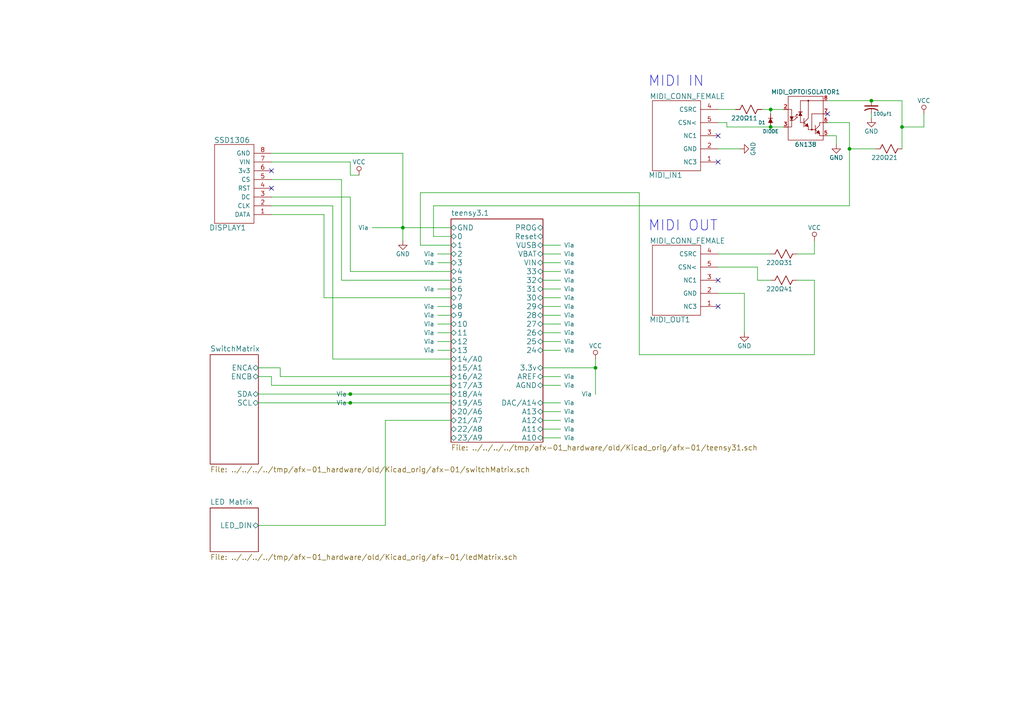
<source format=kicad_sch>
(kicad_sch (version 20230121) (generator eeschema)
  (paper "A4")
  (lib_symbols
    (symbol "afx-01-rescue:6N138" (pin_names (offset 0) hide)
      (property "Reference" "U" (at 0 7.62 0))
      (property "Value" "6N138" (at 0 -7.62 0))
      (symbol "6N138_0_1"
        (polyline (pts (xy -1.524 -1.27) (xy -0.508 -1.27)))
        (polyline (pts (xy -1.524 1.143) (xy -1.524 5.08)))
        (polyline (pts (xy 0.762 -3.302) (xy 0.762 -2.54)))
        (polyline (pts (xy 0.762 0) (xy 0.762 5.08)))
        (polyline (pts (xy 1.778 -3.175) (xy 1.778 1.27)))
        (polyline (pts (xy 2.794 -3.302) (xy 0.762 -3.302)))
        (polyline (pts (xy 4.064 -5.08) (xy 4.064 -4.572)))
        (polyline (pts (xy 4.064 -2.032) (xy 4.064 -1.27)))
        (polyline (pts (xy 5.334 -5.08) (xy 4.064 -5.08)))
        (polyline (pts (xy 5.334 -1.27) (xy 4.064 -1.27)))
        (polyline (pts (xy 5.334 1.27) (xy 1.778 1.27)))
        (polyline (pts (xy 5.334 5.08) (xy -1.524 5.08)))
        (polyline (pts (xy -2.413 1.143) (xy -3.175 0.381) (xy -3.175 0.381)))
        (polyline (pts (xy -1.524 0.762) (xy -1.524 -1.27) (xy -1.524 -1.27)) (fill (type outline)))
        (polyline (pts (xy -0.508 -1.27) (xy 0.762 -2.54) (xy 0.762 -2.54)) (fill (type outline)))
        (polyline (pts (xy -0.508 -1.27) (xy 0.762 0) (xy 0.762 0)) (fill (type outline)))
        (polyline (pts (xy -0.508 0) (xy -0.508 -2.54) (xy -0.508 -2.54)) (fill (type outline)))
        (polyline (pts (xy 2.794 -3.302) (xy 4.064 -4.572) (xy 4.064 -4.572)) (fill (type outline)))
        (polyline (pts (xy 2.794 -3.302) (xy 4.064 -2.032) (xy 4.064 -2.032)) (fill (type outline)))
        (polyline (pts (xy 2.794 -2.032) (xy 2.794 -4.572) (xy 2.794 -4.572)) (fill (type outline)))
        (polyline (pts (xy -5.334 2.54) (xy -4.064 2.54) (xy -4.064 0.508) (xy -4.064 0.508)))
        (polyline (pts (xy -4.064 -0.635) (xy -4.064 -2.54) (xy -5.334 -2.54) (xy -5.334 -2.54)))
        (polyline (pts (xy -3.556 0.508) (xy -4.064 -0.508) (xy -4.572 0.508) (xy -4.572 0.508)) (fill (type outline)))
        (polyline (pts (xy -2.667 0.381) (xy -2.413 0.381) (xy -2.413 0.127) (xy -2.413 0.127)) (fill (type outline)))
        (polyline (pts (xy -2.54 0.254) (xy -3.302 -0.508) (xy -3.302 -0.508) (xy -3.302 -0.508)))
        (polyline (pts (xy -1.524 1.778) (xy -2.032 0.762) (xy -1.016 0.762) (xy -1.016 0.762)) (fill (type outline)))
        (polyline (pts (xy 0.762 -2.54) (xy 0.508 -1.524) (xy -0.254 -2.286) (xy -0.254 -2.286)) (fill (type outline)))
        (polyline (pts (xy 4.064 -4.572) (xy 3.81 -3.556) (xy 3.048 -4.318) (xy 3.048 -4.318)) (fill (type outline)))
        (polyline (pts (xy -4.572 -0.508) (xy -4.572 -0.635) (xy -3.556 -0.635) (xy -3.556 -0.508) (xy -3.556 -0.508)) (fill (type outline)))
        (polyline (pts (xy -2.413 0.889) (xy -2.413 1.143) (xy -2.667 1.143) (xy -2.413 0.889) (xy -2.413 0.889)) (fill (type outline)))
        (polyline (pts (xy -1.016 1.905) (xy -1.016 1.778) (xy -2.032 1.778) (xy -2.032 1.905) (xy -2.032 1.905)) (fill (type outline)))
        (circle (center 0.762 5.08) (radius 0.1778) (fill (type outline)))
        (circle (center 1.778 -3.302) (radius 0.1778) (fill (type outline)))
        (rectangle (start 5.08 6.35) (end -5.08 -6.35))
      )
      (symbol "6N138_1_1"
        (pin passive line (at -6.35 2.54 0) (length 1.016) (name "A") (number "2"))
        (pin passive line (at -6.35 -2.54 0) (length 1.016) (name "K") (number "3"))
        (pin passive line (at 6.35 -5.08 180) (length 1.016) (name "GND") (number "5"))
        (pin passive line (at 6.35 -1.27 180) (length 1.016) (name "Vo") (number "6"))
        (pin passive line (at 6.35 1.27 180) (length 1.016) (name "Vb") (number "7"))
        (pin passive line (at 6.35 5.08 180) (length 1.016) (name "Vcc") (number "8"))
      )
    )
    (symbol "afx-01-rescue:Cap" (pin_numbers hide) (pin_names (offset 0.254) hide)
      (property "Reference" "C" (at 0.508 -1.27 0))
      (symbol "Cap_0_1"
        (rectangle (start -1.905 1.016) (end 1.905 1.016) (stroke (width 0.3048)))
        (arc (start 1.905 -0.254) (mid 0 0.2737) (end -1.905 -0.254) (stroke (width 0.3048)))
      )
      (symbol "Cap_1_1"
        (pin passive line (at 0 2.54 270) (length 1.397) (name "~") (number "1"))
        (pin passive line (at 0 -1.27 90) (length 1.4986) (name "~") (number "2"))
      )
    )
    (symbol "afx-01-rescue:DIODE" (pin_numbers hide) (pin_names (offset 1.016) hide)
      (property "Reference" "D" (at 0 2.54 0))
      (property "Value" "DIODE" (at 0 -2.54 0))
      (symbol "DIODE_0_1"
        (polyline (pts (xy 1.27 -0.635) (xy 1.27 0.635) (xy 1.27 0.635)))
        (polyline (pts (xy 1.27 0) (xy 0 0.635) (xy 0 -0.635) (xy 0 -0.635)) (fill (type outline)))
      )
      (symbol "DIODE_1_1"
        (pin passive line (at -1.27 0 0) (length 1.27) (name "A") (number "1"))
        (pin passive line (at 2.54 0 180) (length 1.27) (name "K") (number "2"))
      )
    )
    (symbol "afx-01-rescue:GND" (power) (pin_names (offset 0))
      (property "Value" "GND" (at 0 -3.81 0))
      (symbol "GND_0_1"
        (polyline (pts (xy 0 0) (xy 0 -1.27) (xy 1.27 -1.27) (xy 0 -2.54) (xy -1.27 -1.27) (xy 0 -1.27)))
      )
      (symbol "GND_1_1"
        (pin power_in line (at 0 0 270) (length 0) hide (name "GND") (number "1"))
      )
    )
    (symbol "afx-01-rescue:Inline_Via" (pin_names (offset 1.016))
      (symbol "Inline_Via_1_1"
        (pin input line (at 0 0 180) (length 0) (name "Via") (number "~"))
      )
    )
    (symbol "afx-01-rescue:MIDI_CONN_FEMALE" (pin_names (offset 1.016))
      (property "Reference" "U" (at -6.35 -11.43 0))
      (property "Value" "MIDI_CONN_FEMALE" (at 2.54 11.43 0))
      (symbol "MIDI_CONN_FEMALE_0_1"
        (rectangle (start -7.62 10.16) (end 6.35 -10.16))
      )
      (symbol "MIDI_CONN_FEMALE_1_1"
        (pin input line (at 11.43 -7.62 180) (length 5.08) (name "NC3") (number "1"))
        (pin input line (at 11.43 -3.81 180) (length 5.08) (name "GND") (number "2"))
        (pin input line (at 11.43 0 180) (length 5.08) (name "NC1") (number "3"))
        (pin input line (at 11.43 7.62 180) (length 5.08) (name "CSRC") (number "4"))
        (pin input line (at 11.43 3.81 180) (length 5.08) (name "CSN<") (number "5"))
      )
    )
    (symbol "afx-01-rescue:Resistor" (pin_numbers hide) (pin_names (offset 0))
      (property "Reference" "R" (at 2.54 -1.27 90))
      (symbol "Resistor_0_1"
        (polyline (pts (xy 0 2.54) (xy 1.27 1.905) (xy -1.27 0.635) (xy 1.27 -0.635) (xy -1.27 -1.905) (xy 0 -2.54)) (stroke (width 0.2032)))
      )
      (symbol "Resistor_1_1"
        (pin passive line (at 0 3.81 270) (length 1.27) (name "~") (number "1"))
        (pin passive line (at 0 -3.81 90) (length 1.27) (name "~") (number "2"))
      )
    )
    (symbol "afx-01-rescue:SSD1306" (pin_names (offset 1.016))
      (property "Reference" "U" (at -2.54 -10.16 0))
      (property "Value" "SSD1306" (at 0 12.7 0))
      (symbol "SSD1306_0_1"
        (rectangle (start 6.35 11.43) (end -5.08 -11.43))
      )
      (symbol "SSD1306_1_1"
        (pin input line (at 11.43 -8.89 180) (length 5.08) (name "DATA") (number "1"))
        (pin input line (at 11.43 -6.35 180) (length 5.08) (name "CLK") (number "2"))
        (pin input line (at 11.43 -3.81 180) (length 5.08) (name "DC") (number "3"))
        (pin input line (at 11.43 -1.27 180) (length 5.08) (name "RST") (number "4"))
        (pin input line (at 11.43 1.27 180) (length 5.08) (name "CS") (number "5"))
        (pin input line (at 11.43 3.81 180) (length 5.08) (name "3v3") (number "6"))
        (pin input line (at 11.43 6.35 180) (length 5.08) (name "VIN") (number "7"))
        (pin input line (at 11.43 8.89 180) (length 5.08) (name "GND") (number "8"))
      )
    )
    (symbol "afx-01-rescue:VCC" (power) (pin_names (offset 0))
      (property "Value" "VCC" (at 0 3.81 0))
      (symbol "VCC_0_1"
        (polyline (pts (xy 0 0) (xy 0 1.27)))
        (circle (center 0 1.905) (radius 0.635))
      )
      (symbol "VCC_1_1"
        (pin power_in line (at 0 0 90) (length 0) hide (name "VCC") (number "1"))
      )
    )
  )
  (junction (at 223.52 36.83))
  (junction (at 223.52 31.75))
  (junction (at 246.38 43.18))
  (junction (at 116.84 66.04))
  (junction (at 252.73 29.21))
  (junction (at 101.6 114.3))
  (junction (at 101.6 116.84))
  (junction (at 261.62 36.83))
  (junction (at 172.72 106.68))
  (no_connect (at 208.28 88.9))
  (no_connect (at 240.03 33.02))
  (no_connect (at 208.28 81.28))
  (no_connect (at 78.74 54.61))
  (no_connect (at 78.74 49.53))
  (no_connect (at 208.28 46.99))
  (no_connect (at 208.28 39.37))
  (wire (pts (xy 208.28 73.66) (xy 223.52 73.66)))
  (wire (pts (xy 157.48 88.9) (xy 162.56 88.9)))
  (wire (pts (xy 130.81 101.6) (xy 127 101.6)))
  (wire (pts (xy 127 73.66) (xy 130.81 73.66)))
  (wire (pts (xy 246.38 43.18) (xy 246.38 59.69)))
  (wire (pts (xy 99.06 81.28) (xy 130.81 81.28)))
  (wire (pts (xy 125.73 59.69) (xy 125.73 68.58)))
  (wire (pts (xy 74.93 109.22) (xy 78.74 109.22)))
  (wire (pts (xy 116.84 66.04) (xy 116.84 69.85)))
  (wire (pts (xy 242.57 39.37) (xy 242.57 41.91)))
  (wire (pts (xy 240.03 39.37) (xy 242.57 39.37)))
  (wire (pts (xy 130.81 88.9) (xy 127 88.9)))
  (wire (pts (xy 81.28 106.68) (xy 81.28 109.22)))
  (wire (pts (xy 78.74 44.45) (xy 116.84 44.45)))
  (wire (pts (xy 78.74 62.23) (xy 93.98 62.23)))
  (wire (pts (xy 208.28 85.09) (xy 215.9 85.09)))
  (wire (pts (xy 219.71 81.28) (xy 223.52 81.28)))
  (wire (pts (xy 78.74 109.22) (xy 78.74 111.76)))
  (wire (pts (xy 157.48 91.44) (xy 162.56 91.44)))
  (wire (pts (xy 93.98 62.23) (xy 93.98 86.36)))
  (wire (pts (xy 157.48 78.74) (xy 162.56 78.74)))
  (wire (pts (xy 74.93 152.4) (xy 111.76 152.4)))
  (wire (pts (xy 220.98 31.75) (xy 223.52 31.75)))
  (wire (pts (xy 157.48 121.92) (xy 162.56 121.92)))
  (wire (pts (xy 157.48 99.06) (xy 162.56 99.06)))
  (wire (pts (xy 116.84 66.04) (xy 107.95 66.04)))
  (wire (pts (xy 157.48 73.66) (xy 162.56 73.66)))
  (wire (pts (xy 121.92 55.88) (xy 121.92 71.12)))
  (wire (pts (xy 157.48 93.98) (xy 162.56 93.98)))
  (wire (pts (xy 130.81 83.82) (xy 127 83.82)))
  (wire (pts (xy 93.98 86.36) (xy 130.81 86.36)))
  (wire (pts (xy 130.81 93.98) (xy 127 93.98)))
  (wire (pts (xy 157.48 81.28) (xy 162.56 81.28)))
  (wire (pts (xy 78.74 46.99) (xy 101.6 46.99)))
  (wire (pts (xy 157.48 83.82) (xy 162.56 83.82)))
  (wire (pts (xy 252.73 33.02) (xy 252.73 34.29)))
  (wire (pts (xy 219.71 77.47) (xy 219.71 81.28)))
  (wire (pts (xy 223.52 31.75) (xy 227.33 31.75)))
  (wire (pts (xy 74.93 116.84) (xy 101.6 116.84)))
  (wire (pts (xy 246.38 59.69) (xy 125.73 59.69)))
  (wire (pts (xy 236.22 102.87) (xy 185.42 102.87)))
  (wire (pts (xy 210.82 36.83) (xy 210.82 35.56)))
  (wire (pts (xy 208.28 31.75) (xy 213.36 31.75)))
  (wire (pts (xy 157.48 109.22) (xy 162.56 109.22)))
  (wire (pts (xy 157.48 106.68) (xy 172.72 106.68)))
  (wire (pts (xy 157.48 71.12) (xy 162.56 71.12)))
  (wire (pts (xy 111.76 152.4) (xy 111.76 121.92)))
  (wire (pts (xy 267.97 36.83) (xy 267.97 33.02)))
  (wire (pts (xy 157.48 86.36) (xy 162.56 86.36)))
  (wire (pts (xy 130.81 99.06) (xy 127 99.06)))
  (wire (pts (xy 157.48 96.52) (xy 162.56 96.52)))
  (wire (pts (xy 246.38 43.18) (xy 254 43.18)))
  (wire (pts (xy 78.74 111.76) (xy 130.81 111.76)))
  (wire (pts (xy 125.73 68.58) (xy 130.81 68.58)))
  (wire (pts (xy 78.74 52.07) (xy 99.06 52.07)))
  (wire (pts (xy 96.52 59.69) (xy 96.52 104.14)))
  (wire (pts (xy 236.22 73.66) (xy 236.22 69.85)))
  (wire (pts (xy 240.03 29.21) (xy 252.73 29.21)))
  (wire (pts (xy 261.62 36.83) (xy 267.97 36.83)))
  (wire (pts (xy 101.6 57.15) (xy 101.6 78.74)))
  (wire (pts (xy 130.81 66.04) (xy 116.84 66.04)))
  (wire (pts (xy 261.62 36.83) (xy 261.62 43.18)))
  (wire (pts (xy 101.6 114.3) (xy 74.93 114.3)))
  (wire (pts (xy 157.48 124.46) (xy 162.56 124.46)))
  (wire (pts (xy 210.82 36.83) (xy 223.52 36.83)))
  (wire (pts (xy 101.6 46.99) (xy 101.6 50.8)))
  (wire (pts (xy 172.72 106.68) (xy 172.72 114.3)))
  (wire (pts (xy 78.74 57.15) (xy 101.6 57.15)))
  (wire (pts (xy 81.28 109.22) (xy 130.81 109.22)))
  (wire (pts (xy 240.03 35.56) (xy 246.38 35.56)))
  (wire (pts (xy 261.62 29.21) (xy 261.62 36.83)))
  (wire (pts (xy 116.84 44.45) (xy 116.84 66.04)))
  (wire (pts (xy 130.81 91.44) (xy 127 91.44)))
  (wire (pts (xy 157.48 116.84) (xy 162.56 116.84)))
  (wire (pts (xy 99.06 52.07) (xy 99.06 81.28)))
  (wire (pts (xy 172.72 104.14) (xy 172.72 106.68)))
  (wire (pts (xy 130.81 96.52) (xy 127 96.52)))
  (wire (pts (xy 157.48 119.38) (xy 162.56 119.38)))
  (wire (pts (xy 157.48 127) (xy 162.56 127)))
  (wire (pts (xy 223.52 36.83) (xy 227.33 36.83)))
  (wire (pts (xy 223.52 33.02) (xy 223.52 31.75)))
  (wire (pts (xy 101.6 78.74) (xy 130.81 78.74)))
  (wire (pts (xy 208.28 43.18) (xy 214.63 43.18)))
  (wire (pts (xy 215.9 85.09) (xy 215.9 96.52)))
  (wire (pts (xy 231.14 81.28) (xy 236.22 81.28)))
  (wire (pts (xy 157.48 101.6) (xy 162.56 101.6)))
  (wire (pts (xy 96.52 104.14) (xy 130.81 104.14)))
  (wire (pts (xy 101.6 50.8) (xy 104.14 50.8)))
  (wire (pts (xy 210.82 35.56) (xy 208.28 35.56)))
  (wire (pts (xy 185.42 102.87) (xy 185.42 55.88)))
  (wire (pts (xy 157.48 76.2) (xy 162.56 76.2)))
  (wire (pts (xy 127 76.2) (xy 130.81 76.2)))
  (wire (pts (xy 111.76 121.92) (xy 130.81 121.92)))
  (wire (pts (xy 246.38 35.56) (xy 246.38 43.18)))
  (wire (pts (xy 185.42 55.88) (xy 121.92 55.88)))
  (wire (pts (xy 121.92 71.12) (xy 130.81 71.12)))
  (wire (pts (xy 236.22 81.28) (xy 236.22 102.87)))
  (wire (pts (xy 231.14 73.66) (xy 236.22 73.66)))
  (wire (pts (xy 252.73 29.21) (xy 261.62 29.21)))
  (wire (pts (xy 74.93 106.68) (xy 81.28 106.68)))
  (wire (pts (xy 157.48 111.76) (xy 162.56 111.76)))
  (wire (pts (xy 130.81 114.3) (xy 101.6 114.3)))
  (wire (pts (xy 208.28 77.47) (xy 219.71 77.47)))
  (wire (pts (xy 78.74 59.69) (xy 96.52 59.69)))
  (wire (pts (xy 101.6 116.84) (xy 130.81 116.84)))
  (text "MIDI IN" (at 187.96 25.4 0) (effects (font (size 2.9972 2.9972)) (justify left bottom)))
  (text "MIDI OUT" (at 187.96 67.31 0) (effects (font (size 2.9972 2.9972)) (justify left bottom)))
  (symbol (lib_id "afx-01-rescue:MIDI_CONN_FEMALE") (at 196.85 81.28 0) (unit 1)
    (property "Reference" "MIDI_OUT1" (at 194.31 92.71 0) (effects (font (size 1.524 1.524))))
    (property "Value" "MIDI_CONN_FEMALE" (at 199.39 69.85 0) (effects (font (size 1.524 1.524))))
  )
  (symbol (lib_id "afx-01-rescue:MIDI_CONN_FEMALE") (at 196.85 39.37 0) (unit 1)
    (property "Reference" "MIDI_IN1" (at 193.04 50.8 0) (effects (font (size 1.524 1.524))))
    (property "Value" "MIDI_CONN_FEMALE" (at 199.39 27.94 0) (effects (font (size 1.524 1.524))))
  )
  (symbol (lib_id "afx-01-rescue:6N138") (at 233.68 34.29 0) (unit 1)
    (property "Reference" "MIDI_OPTOISOLATOR1" (at 233.68 26.67 0))
    (property "Value" "6N138" (at 233.68 41.91 0))
  )
  (symbol (lib_id "afx-01-rescue:DIODE") (at 223.52 35.56 90) (unit 1)
    (property "Reference" "D1" (at 220.98 35.56 90) (effects (font (size 1.016 1.016))))
    (property "Value" "DIODE" (at 223.52 38.1 90) (effects (font (size 1.016 1.016))))
    (property "Footprint" "Diodes_SMD:Diode-SMA_Handsoldering" (effects hide))
  )
  (symbol (lib_id "afx-01-rescue:Resistor") (at 217.17 31.75 270) (unit 1)
    (property "Reference" "220Ω11" (at 215.9 34.29 90))
    (property "Value" "Resistor" (effects hide))
    (property "Footprint" "Resistors_SMD:R_0805_HandSoldering" (effects hide))
  )
  (symbol (lib_id "afx-01-rescue:GND") (at 214.63 43.18 90) (unit 1)
    (property "Reference" "#PWR01" (effects hide))
    (property "Value" "GND" (at 218.44 43.18 0))
  )
  (symbol (lib_id "afx-01-rescue:Cap") (at 252.73 31.75 0) (unit 1)
    (property "Reference" "100µf1" (at 253.238 33.02 0) (effects (font (size 0.9906 0.9906)) (justify left)))
    (property "Value" "Cap" (effects hide))
    (property "Footprint" "Capacitors_SMD:C_0805_HandSoldering" (effects hide))
  )
  (symbol (lib_id "afx-01-rescue:GND") (at 252.73 34.29 0) (unit 1)
    (property "Reference" "#PWR02" (effects hide))
    (property "Value" "GND" (at 252.73 38.1 0))
  )
  (symbol (lib_id "afx-01-rescue:Resistor") (at 257.81 43.18 270) (unit 1)
    (property "Reference" "220Ω21" (at 256.54 45.72 90))
    (property "Value" "Resistor" (effects hide))
    (property "Footprint" "Resistors_SMD:R_0805_HandSoldering" (effects hide))
  )
  (symbol (lib_id "afx-01-rescue:VCC") (at 267.97 33.02 0) (unit 1)
    (property "Reference" "#PWR03" (effects hide))
    (property "Value" "VCC" (at 267.97 29.21 0))
  )
  (symbol (lib_id "afx-01-rescue:GND") (at 242.57 41.91 0) (unit 1)
    (property "Reference" "#PWR04" (effects hide))
    (property "Value" "GND" (at 242.57 45.72 0))
  )
  (symbol (lib_id "afx-01-rescue:Resistor") (at 227.33 73.66 270) (unit 1)
    (property "Reference" "220Ω31" (at 226.06 76.2 90))
    (property "Value" "Resistor" (effects hide))
    (property "Footprint" "Resistors_SMD:R_0805_HandSoldering" (effects hide))
  )
  (symbol (lib_id "afx-01-rescue:VCC") (at 236.22 69.85 0) (unit 1)
    (property "Reference" "#PWR05" (effects hide))
    (property "Value" "VCC" (at 236.22 66.04 0))
  )
  (symbol (lib_id "afx-01-rescue:Resistor") (at 227.33 81.28 270) (unit 1)
    (property "Reference" "220Ω41" (at 226.06 83.82 90))
    (property "Value" "Resistor" (effects hide))
    (property "Footprint" "Resistors_SMD:R_0805_HandSoldering" (effects hide))
  )
  (symbol (lib_id "afx-01-rescue:GND") (at 215.9 96.52 0) (unit 1)
    (property "Reference" "#PWR06" (effects hide))
    (property "Value" "GND" (at 215.9 100.33 0))
  )
  (symbol (lib_id "afx-01-rescue:GND") (at 116.84 69.85 0) (unit 1)
    (property "Reference" "#PWR07" (effects hide))
    (property "Value" "GND" (at 116.84 73.66 0))
  )
  (symbol (lib_id "afx-01-rescue:VCC") (at 172.72 104.14 0) (unit 1)
    (property "Reference" "#PWR08" (effects hide))
    (property "Value" "VCC" (at 172.72 100.33 0))
  )
  (symbol (lib_id "afx-01-rescue:SSD1306") (at 67.31 53.34 0) (unit 1)
    (property "Reference" "DISPLAY1" (at 66.04 66.04 0) (effects (font (size 1.524 1.524))))
    (property "Value" "SSD1306" (at 67.31 40.64 0) (effects (font (size 1.524 1.524))))
    (property "Footprint" "Pin_Headers:Pin_Header_Straight_1x08" (effects hide))
  )
  (symbol (lib_id "afx-01-rescue:VCC") (at 104.14 50.8 0) (unit 1)
    (property "Reference" "#PWR09" (effects hide))
    (property "Value" "VCC" (at 104.14 46.99 0))
  )
  (symbol (lib_id "afx-01-rescue:Inline_Via") (at 101.6 114.3 0) (unit 1)
    (property "Reference" "U25" (effects hide))
    (property "Value" "Inline_Via" (effects hide))
  )
  (symbol (lib_id "afx-01-rescue:Inline_Via") (at 101.6 116.84 0) (unit 1)
    (property "Reference" "U27" (effects hide))
    (property "Value" "Inline_Via" (effects hide))
  )
  (symbol (lib_id "afx-01-rescue:Inline_Via") (at 127 101.6 0) (unit 1)
    (property "Reference" "U21" (effects hide))
    (property "Value" "Inline_Via" (effects hide))
  )
  (symbol (lib_id "afx-01-rescue:Inline_Via") (at 127 99.06 0) (unit 1)
    (property "Reference" "U19" (effects hide))
    (property "Value" "Inline_Via" (effects hide))
  )
  (symbol (lib_id "afx-01-rescue:Inline_Via") (at 127 96.52 0) (unit 1)
    (property "Reference" "U17" (effects hide))
    (property "Value" "Inline_Via" (effects hide))
  )
  (symbol (lib_id "afx-01-rescue:Inline_Via") (at 127 93.98 0) (unit 1)
    (property "Reference" "U15" (effects hide))
    (property "Value" "Inline_Via" (effects hide))
  )
  (symbol (lib_id "afx-01-rescue:Inline_Via") (at 127 91.44 0) (unit 1)
    (property "Reference" "U13" (effects hide))
    (property "Value" "Inline_Via" (effects hide))
  )
  (symbol (lib_id "afx-01-rescue:Inline_Via") (at 127 88.9 0) (unit 1)
    (property "Reference" "U11" (effects hide))
    (property "Value" "Inline_Via" (effects hide))
  )
  (symbol (lib_id "afx-01-rescue:Inline_Via") (at 162.56 101.6 180) (unit 1)
    (property "Reference" "U22" (effects hide))
    (property "Value" "Inline_Via" (effects hide))
  )
  (symbol (lib_id "afx-01-rescue:Inline_Via") (at 162.56 99.06 180) (unit 1)
    (property "Reference" "U20" (effects hide))
    (property "Value" "Inline_Via" (effects hide))
  )
  (symbol (lib_id "afx-01-rescue:Inline_Via") (at 162.56 96.52 180) (unit 1)
    (property "Reference" "U18" (effects hide))
    (property "Value" "Inline_Via" (effects hide))
  )
  (symbol (lib_id "afx-01-rescue:Inline_Via") (at 162.56 93.98 180) (unit 1)
    (property "Reference" "U16" (effects hide))
    (property "Value" "Inline_Via" (effects hide))
  )
  (symbol (lib_id "afx-01-rescue:Inline_Via") (at 162.56 81.28 180) (unit 1)
    (property "Reference" "U7" (effects hide))
    (property "Value" "Inline_Via" (effects hide))
  )
  (symbol (lib_id "afx-01-rescue:Inline_Via") (at 162.56 78.74 180) (unit 1)
    (property "Reference" "U6" (effects hide))
    (property "Value" "Inline_Via" (effects hide))
  )
  (symbol (lib_id "afx-01-rescue:Inline_Via") (at 162.56 91.44 180) (unit 1)
    (property "Reference" "U14" (effects hide))
    (property "Value" "Inline_Via" (effects hide))
  )
  (symbol (lib_id "afx-01-rescue:Inline_Via") (at 162.56 88.9 180) (unit 1)
    (property "Reference" "U12" (effects hide))
    (property "Value" "Inline_Via" (effects hide))
  )
  (symbol (lib_id "afx-01-rescue:Inline_Via") (at 162.56 86.36 180) (unit 1)
    (property "Reference" "U10" (effects hide))
    (property "Value" "Inline_Via" (effects hide))
  )
  (symbol (lib_id "afx-01-rescue:Inline_Via") (at 162.56 83.82 180) (unit 1)
    (property "Reference" "U9" (effects hide))
    (property "Value" "Inline_Via" (effects hide))
  )
  (symbol (lib_id "afx-01-rescue:Inline_Via") (at 162.56 127 180) (unit 1)
    (property "Reference" "U33" (effects hide))
    (property "Value" "Inline_Via" (effects hide))
  )
  (symbol (lib_id "afx-01-rescue:Inline_Via") (at 162.56 124.46 180) (unit 1)
    (property "Reference" "U32" (effects hide))
    (property "Value" "Inline_Via" (effects hide))
  )
  (symbol (lib_id "afx-01-rescue:Inline_Via") (at 162.56 121.92 180) (unit 1)
    (property "Reference" "U30" (effects hide))
    (property "Value" "Inline_Via" (effects hide))
  )
  (symbol (lib_id "afx-01-rescue:Inline_Via") (at 162.56 119.38 180) (unit 1)
    (property "Reference" "U29" (effects hide))
    (property "Value" "Inline_Via" (effects hide))
  )
  (symbol (lib_id "afx-01-rescue:Inline_Via") (at 162.56 116.84 180) (unit 1)
    (property "Reference" "U28" (effects hide))
    (property "Value" "Inline_Via" (effects hide))
  )
  (symbol (lib_id "afx-01-rescue:Inline_Via") (at 107.95 66.04 0) (unit 1)
    (property "Reference" "U31" (effects hide))
    (property "Value" "Inline_Via" (effects hide))
  )
  (symbol (lib_id "afx-01-rescue:Inline_Via") (at 172.72 114.3 0) (unit 1)
    (property "Reference" "U26" (effects hide))
    (property "Value" "Inline_Via" (effects hide))
  )
  (symbol (lib_id "afx-01-rescue:Inline_Via") (at 162.56 76.2 180) (unit 1)
    (property "Reference" "U5" (effects hide))
    (property "Value" "Inline_Via" (effects hide))
  )
  (symbol (lib_id "afx-01-rescue:Inline_Via") (at 162.56 73.66 180) (unit 1)
    (property "Reference" "U3" (effects hide))
    (property "Value" "Inline_Via" (effects hide))
  )
  (symbol (lib_id "afx-01-rescue:Inline_Via") (at 162.56 71.12 180) (unit 1)
    (property "Reference" "U1" (effects hide))
    (property "Value" "Inline_Via" (effects hide))
  )
  (symbol (lib_id "afx-01-rescue:Inline_Via") (at 162.56 109.22 180) (unit 1)
    (property "Reference" "U23" (effects hide))
    (property "Value" "Inline_Via" (effects hide))
  )
  (symbol (lib_id "afx-01-rescue:Inline_Via") (at 162.56 111.76 180) (unit 1)
    (property "Reference" "U24" (effects hide))
    (property "Value" "Inline_Via" (effects hide))
  )
  (symbol (lib_id "afx-01-rescue:Inline_Via") (at 127 73.66 0) (unit 1)
    (property "Reference" "U2" (effects hide))
    (property "Value" "Inline_Via" (effects hide))
  )
  (symbol (lib_id "afx-01-rescue:Inline_Via") (at 127 76.2 0) (unit 1)
    (property "Reference" "U4" (effects hide))
    (property "Value" "Inline_Via" (effects hide))
  )
  (symbol (lib_id "afx-01-rescue:Inline_Via") (at 127 83.82 0) (unit 1)
    (property "Reference" "U8" (effects hide))
    (property "Value" "Inline_Via" (effects hide))
  )
  (sheet (at 130.81 63.5) (size 26.67 64.77)
    (property "Sheetname" "teensy3.1" (at 130.81 62.6614 0) (effects (font (size 1.524 1.524)) (justify left bottom)))
    (property "Sheetfile" "../../../../tmp/afx-01_hardware/old/Kicad_orig/afx-01/teensy31.sch" (at 130.81 128.9562 0) (effects (font (size 1.524 1.524)) (justify left top)))
    (pin "GND" bidirectional (at 130.81 66.04 180) (effects (font (size 1.524 1.524))))
    (pin "0" bidirectional (at 130.81 68.58 180) (effects (font (size 1.524 1.524))))
    (pin "1" bidirectional (at 130.81 71.12 180) (effects (font (size 1.524 1.524))))
    (pin "2" bidirectional (at 130.81 73.66 180) (effects (font (size 1.524 1.524))))
    (pin "3" bidirectional (at 130.81 76.2 180) (effects (font (size 1.524 1.524))))
    (pin "4" bidirectional (at 130.81 78.74 180) (effects (font (size 1.524 1.524))))
    (pin "5" bidirectional (at 130.81 81.28 180) (effects (font (size 1.524 1.524))))
    (pin "6" bidirectional (at 130.81 83.82 180) (effects (font (size 1.524 1.524))))
    (pin "7" bidirectional (at 130.81 86.36 180) (effects (font (size 1.524 1.524))))
    (pin "8" bidirectional (at 130.81 88.9 180) (effects (font (size 1.524 1.524))))
    (pin "9" bidirectional (at 130.81 91.44 180) (effects (font (size 1.524 1.524))))
    (pin "10" bidirectional (at 130.81 93.98 180) (effects (font (size 1.524 1.524))))
    (pin "11" bidirectional (at 130.81 96.52 180) (effects (font (size 1.524 1.524))))
    (pin "12" bidirectional (at 130.81 99.06 180) (effects (font (size 1.524 1.524))))
    (pin "13" bidirectional (at 130.81 101.6 180) (effects (font (size 1.524 1.524))))
    (pin "24" bidirectional (at 157.48 101.6 0) (effects (font (size 1.524 1.524))))
    (pin "25" bidirectional (at 157.48 99.06 0) (effects (font (size 1.524 1.524))))
    (pin "26" bidirectional (at 157.48 96.52 0) (effects (font (size 1.524 1.524))))
    (pin "27" bidirectional (at 157.48 93.98 0) (effects (font (size 1.524 1.524))))
    (pin "28" bidirectional (at 157.48 91.44 0) (effects (font (size 1.524 1.524))))
    (pin "29" bidirectional (at 157.48 88.9 0) (effects (font (size 1.524 1.524))))
    (pin "30" bidirectional (at 157.48 86.36 0) (effects (font (size 1.524 1.524))))
    (pin "31" bidirectional (at 157.48 83.82 0) (effects (font (size 1.524 1.524))))
    (pin "32" bidirectional (at 157.48 81.28 0) (effects (font (size 1.524 1.524))))
    (pin "33" bidirectional (at 157.48 78.74 0) (effects (font (size 1.524 1.524))))
    (pin "3.3v" bidirectional (at 157.48 106.68 0) (effects (font (size 1.524 1.524))))
    (pin "Reset" bidirectional (at 157.48 68.58 0) (effects (font (size 1.524 1.524))))
    (pin "PROG" bidirectional (at 157.48 66.04 0) (effects (font (size 1.524 1.524))))
    (pin "VBAT" bidirectional (at 157.48 73.66 0) (effects (font (size 1.524 1.524))))
    (pin "AGND" bidirectional (at 157.48 111.76 0) (effects (font (size 1.524 1.524))))
    (pin "VIN" bidirectional (at 157.48 76.2 0) (effects (font (size 1.524 1.524))))
    (pin "14/A0" bidirectional (at 130.81 104.14 180) (effects (font (size 1.524 1.524))))
    (pin "15/A1" bidirectional (at 130.81 106.68 180) (effects (font (size 1.524 1.524))))
    (pin "16/A2" bidirectional (at 130.81 109.22 180) (effects (font (size 1.524 1.524))))
    (pin "17/A3" bidirectional (at 130.81 111.76 180) (effects (font (size 1.524 1.524))))
    (pin "18/A4" bidirectional (at 130.81 114.3 180) (effects (font (size 1.524 1.524))))
    (pin "19/A5" bidirectional (at 130.81 116.84 180) (effects (font (size 1.524 1.524))))
    (pin "20/A6" bidirectional (at 130.81 119.38 180) (effects (font (size 1.524 1.524))))
    (pin "21/A7" bidirectional (at 130.81 121.92 180) (effects (font (size 1.524 1.524))))
    (pin "22/A8" bidirectional (at 130.81 124.46 180) (effects (font (size 1.524 1.524))))
    (pin "23/A9" bidirectional (at 130.81 127 180) (effects (font (size 1.524 1.524))))
    (pin "VUSB" bidirectional (at 157.48 71.12 0) (effects (font (size 1.524 1.524))))
    (pin "A10" bidirectional (at 157.48 127 0) (effects (font (size 1.524 1.524))))
    (pin "A11" bidirectional (at 157.48 124.46 0) (effects (font (size 1.524 1.524))))
    (pin "AREF" bidirectional (at 157.48 109.22 0) (effects (font (size 1.524 1.524))))
    (pin "A12" bidirectional (at 157.48 121.92 0) (effects (font (size 1.524 1.524))))
    (pin "DAC/A14" bidirectional (at 157.48 116.84 0) (effects (font (size 1.524 1.524))))
    (pin "A13" bidirectional (at 157.48 119.38 0) (effects (font (size 1.524 1.524))))
  )
  (sheet (at 60.96 102.87) (size 13.97 31.75)
    (property "Sheetname" "SwitchMatrix" (at 60.96 102.0314 0) (effects (font (size 1.524 1.524)) (justify left bottom)))
    (property "Sheetfile" "../../../../tmp/afx-01_hardware/old/Kicad_orig/afx-01/switchMatrix.sch" (at 60.96 135.3062 0) (effects (font (size 1.524 1.524)) (justify left top)))
    (pin "SDA" bidirectional (at 74.93 114.3 0) (effects (font (size 1.524 1.524))))
    (pin "SCL" bidirectional (at 74.93 116.84 0) (effects (font (size 1.524 1.524))))
    (pin "ENCA" bidirectional (at 74.93 106.68 0) (effects (font (size 1.524 1.524))))
    (pin "ENCB" bidirectional (at 74.93 109.22 0) (effects (font (size 1.524 1.524))))
  )
  (sheet (at 60.96 147.32) (size 13.97 12.7)
    (property "Sheetname" "LED Matrix" (at 60.96 146.4814 0) (effects (font (size 1.524 1.524)) (justify left bottom)))
    (property "Sheetfile" "../../../../tmp/afx-01_hardware/old/Kicad_orig/afx-01/ledMatrix.sch" (at 60.96 160.7062 0) (effects (font (size 1.524 1.524)) (justify left top)))
    (pin "LED_DIN" bidirectional (at 74.93 152.4 0) (effects (font (size 1.524 1.524))))
  )
)
</source>
